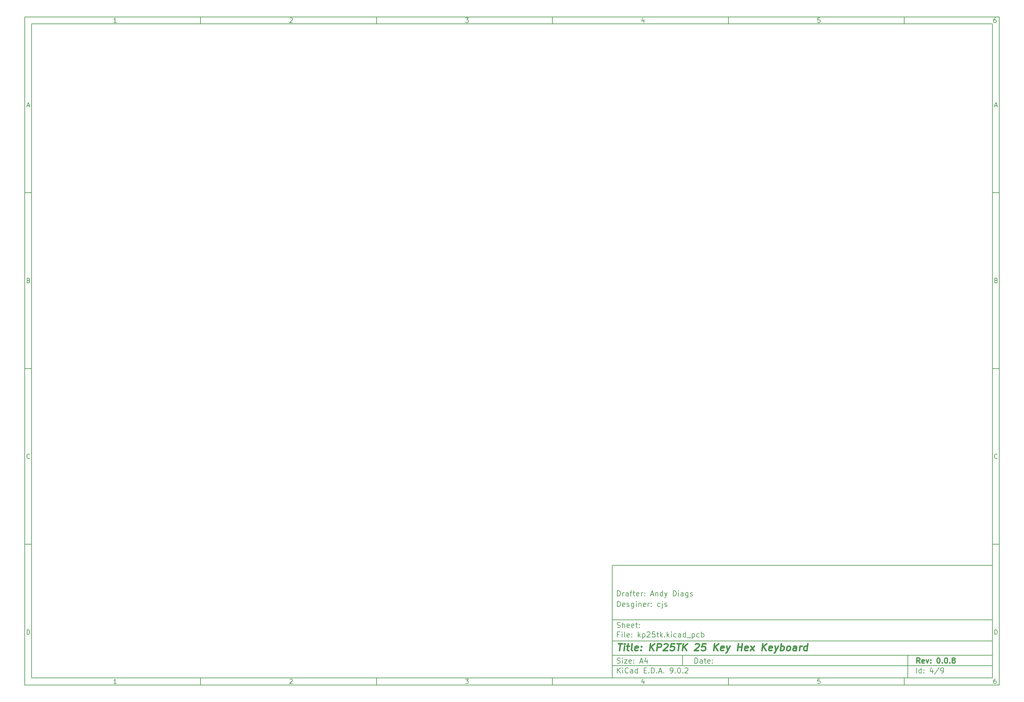
<source format=gbp>
%TF.GenerationSoftware,KiCad,Pcbnew,9.0.2+1*%
%TF.CreationDate,2025-06-13T17:56:32+09:00*%
%TF.ProjectId,kp25tk,6b703235-746b-42e6-9b69-6361645f7063,0.0.8*%
%TF.SameCoordinates,Original*%
%TF.FileFunction,Paste,Bot*%
%TF.FilePolarity,Positive*%
%FSLAX46Y46*%
G04 Gerber Fmt 4.6, Leading zero omitted, Abs format (unit mm)*
G04 Created by KiCad (PCBNEW 9.0.2+1) date 2025-06-13 17:56:32*
%MOMM*%
%LPD*%
G01*
G04 APERTURE LIST*
%ADD10C,0.100000*%
%ADD11C,0.150000*%
%ADD12C,0.300000*%
%ADD13C,0.400000*%
G04 APERTURE END LIST*
D10*
D11*
X177002200Y-166007200D02*
X285002200Y-166007200D01*
X285002200Y-198007200D01*
X177002200Y-198007200D01*
X177002200Y-166007200D01*
D10*
D11*
X10000000Y-10000000D02*
X287002200Y-10000000D01*
X287002200Y-200007200D01*
X10000000Y-200007200D01*
X10000000Y-10000000D01*
D10*
D11*
X12000000Y-12000000D02*
X285002200Y-12000000D01*
X285002200Y-198007200D01*
X12000000Y-198007200D01*
X12000000Y-12000000D01*
D10*
D11*
X60000000Y-12000000D02*
X60000000Y-10000000D01*
D10*
D11*
X110000000Y-12000000D02*
X110000000Y-10000000D01*
D10*
D11*
X160000000Y-12000000D02*
X160000000Y-10000000D01*
D10*
D11*
X210000000Y-12000000D02*
X210000000Y-10000000D01*
D10*
D11*
X260000000Y-12000000D02*
X260000000Y-10000000D01*
D10*
D11*
X36089160Y-11593604D02*
X35346303Y-11593604D01*
X35717731Y-11593604D02*
X35717731Y-10293604D01*
X35717731Y-10293604D02*
X35593922Y-10479319D01*
X35593922Y-10479319D02*
X35470112Y-10603128D01*
X35470112Y-10603128D02*
X35346303Y-10665033D01*
D10*
D11*
X85346303Y-10417414D02*
X85408207Y-10355509D01*
X85408207Y-10355509D02*
X85532017Y-10293604D01*
X85532017Y-10293604D02*
X85841541Y-10293604D01*
X85841541Y-10293604D02*
X85965350Y-10355509D01*
X85965350Y-10355509D02*
X86027255Y-10417414D01*
X86027255Y-10417414D02*
X86089160Y-10541223D01*
X86089160Y-10541223D02*
X86089160Y-10665033D01*
X86089160Y-10665033D02*
X86027255Y-10850747D01*
X86027255Y-10850747D02*
X85284398Y-11593604D01*
X85284398Y-11593604D02*
X86089160Y-11593604D01*
D10*
D11*
X135284398Y-10293604D02*
X136089160Y-10293604D01*
X136089160Y-10293604D02*
X135655826Y-10788842D01*
X135655826Y-10788842D02*
X135841541Y-10788842D01*
X135841541Y-10788842D02*
X135965350Y-10850747D01*
X135965350Y-10850747D02*
X136027255Y-10912652D01*
X136027255Y-10912652D02*
X136089160Y-11036461D01*
X136089160Y-11036461D02*
X136089160Y-11345985D01*
X136089160Y-11345985D02*
X136027255Y-11469795D01*
X136027255Y-11469795D02*
X135965350Y-11531700D01*
X135965350Y-11531700D02*
X135841541Y-11593604D01*
X135841541Y-11593604D02*
X135470112Y-11593604D01*
X135470112Y-11593604D02*
X135346303Y-11531700D01*
X135346303Y-11531700D02*
X135284398Y-11469795D01*
D10*
D11*
X185965350Y-10726938D02*
X185965350Y-11593604D01*
X185655826Y-10231700D02*
X185346303Y-11160271D01*
X185346303Y-11160271D02*
X186151064Y-11160271D01*
D10*
D11*
X236027255Y-10293604D02*
X235408207Y-10293604D01*
X235408207Y-10293604D02*
X235346303Y-10912652D01*
X235346303Y-10912652D02*
X235408207Y-10850747D01*
X235408207Y-10850747D02*
X235532017Y-10788842D01*
X235532017Y-10788842D02*
X235841541Y-10788842D01*
X235841541Y-10788842D02*
X235965350Y-10850747D01*
X235965350Y-10850747D02*
X236027255Y-10912652D01*
X236027255Y-10912652D02*
X236089160Y-11036461D01*
X236089160Y-11036461D02*
X236089160Y-11345985D01*
X236089160Y-11345985D02*
X236027255Y-11469795D01*
X236027255Y-11469795D02*
X235965350Y-11531700D01*
X235965350Y-11531700D02*
X235841541Y-11593604D01*
X235841541Y-11593604D02*
X235532017Y-11593604D01*
X235532017Y-11593604D02*
X235408207Y-11531700D01*
X235408207Y-11531700D02*
X235346303Y-11469795D01*
D10*
D11*
X285965350Y-10293604D02*
X285717731Y-10293604D01*
X285717731Y-10293604D02*
X285593922Y-10355509D01*
X285593922Y-10355509D02*
X285532017Y-10417414D01*
X285532017Y-10417414D02*
X285408207Y-10603128D01*
X285408207Y-10603128D02*
X285346303Y-10850747D01*
X285346303Y-10850747D02*
X285346303Y-11345985D01*
X285346303Y-11345985D02*
X285408207Y-11469795D01*
X285408207Y-11469795D02*
X285470112Y-11531700D01*
X285470112Y-11531700D02*
X285593922Y-11593604D01*
X285593922Y-11593604D02*
X285841541Y-11593604D01*
X285841541Y-11593604D02*
X285965350Y-11531700D01*
X285965350Y-11531700D02*
X286027255Y-11469795D01*
X286027255Y-11469795D02*
X286089160Y-11345985D01*
X286089160Y-11345985D02*
X286089160Y-11036461D01*
X286089160Y-11036461D02*
X286027255Y-10912652D01*
X286027255Y-10912652D02*
X285965350Y-10850747D01*
X285965350Y-10850747D02*
X285841541Y-10788842D01*
X285841541Y-10788842D02*
X285593922Y-10788842D01*
X285593922Y-10788842D02*
X285470112Y-10850747D01*
X285470112Y-10850747D02*
X285408207Y-10912652D01*
X285408207Y-10912652D02*
X285346303Y-11036461D01*
D10*
D11*
X60000000Y-198007200D02*
X60000000Y-200007200D01*
D10*
D11*
X110000000Y-198007200D02*
X110000000Y-200007200D01*
D10*
D11*
X160000000Y-198007200D02*
X160000000Y-200007200D01*
D10*
D11*
X210000000Y-198007200D02*
X210000000Y-200007200D01*
D10*
D11*
X260000000Y-198007200D02*
X260000000Y-200007200D01*
D10*
D11*
X36089160Y-199600804D02*
X35346303Y-199600804D01*
X35717731Y-199600804D02*
X35717731Y-198300804D01*
X35717731Y-198300804D02*
X35593922Y-198486519D01*
X35593922Y-198486519D02*
X35470112Y-198610328D01*
X35470112Y-198610328D02*
X35346303Y-198672233D01*
D10*
D11*
X85346303Y-198424614D02*
X85408207Y-198362709D01*
X85408207Y-198362709D02*
X85532017Y-198300804D01*
X85532017Y-198300804D02*
X85841541Y-198300804D01*
X85841541Y-198300804D02*
X85965350Y-198362709D01*
X85965350Y-198362709D02*
X86027255Y-198424614D01*
X86027255Y-198424614D02*
X86089160Y-198548423D01*
X86089160Y-198548423D02*
X86089160Y-198672233D01*
X86089160Y-198672233D02*
X86027255Y-198857947D01*
X86027255Y-198857947D02*
X85284398Y-199600804D01*
X85284398Y-199600804D02*
X86089160Y-199600804D01*
D10*
D11*
X135284398Y-198300804D02*
X136089160Y-198300804D01*
X136089160Y-198300804D02*
X135655826Y-198796042D01*
X135655826Y-198796042D02*
X135841541Y-198796042D01*
X135841541Y-198796042D02*
X135965350Y-198857947D01*
X135965350Y-198857947D02*
X136027255Y-198919852D01*
X136027255Y-198919852D02*
X136089160Y-199043661D01*
X136089160Y-199043661D02*
X136089160Y-199353185D01*
X136089160Y-199353185D02*
X136027255Y-199476995D01*
X136027255Y-199476995D02*
X135965350Y-199538900D01*
X135965350Y-199538900D02*
X135841541Y-199600804D01*
X135841541Y-199600804D02*
X135470112Y-199600804D01*
X135470112Y-199600804D02*
X135346303Y-199538900D01*
X135346303Y-199538900D02*
X135284398Y-199476995D01*
D10*
D11*
X185965350Y-198734138D02*
X185965350Y-199600804D01*
X185655826Y-198238900D02*
X185346303Y-199167471D01*
X185346303Y-199167471D02*
X186151064Y-199167471D01*
D10*
D11*
X236027255Y-198300804D02*
X235408207Y-198300804D01*
X235408207Y-198300804D02*
X235346303Y-198919852D01*
X235346303Y-198919852D02*
X235408207Y-198857947D01*
X235408207Y-198857947D02*
X235532017Y-198796042D01*
X235532017Y-198796042D02*
X235841541Y-198796042D01*
X235841541Y-198796042D02*
X235965350Y-198857947D01*
X235965350Y-198857947D02*
X236027255Y-198919852D01*
X236027255Y-198919852D02*
X236089160Y-199043661D01*
X236089160Y-199043661D02*
X236089160Y-199353185D01*
X236089160Y-199353185D02*
X236027255Y-199476995D01*
X236027255Y-199476995D02*
X235965350Y-199538900D01*
X235965350Y-199538900D02*
X235841541Y-199600804D01*
X235841541Y-199600804D02*
X235532017Y-199600804D01*
X235532017Y-199600804D02*
X235408207Y-199538900D01*
X235408207Y-199538900D02*
X235346303Y-199476995D01*
D10*
D11*
X285965350Y-198300804D02*
X285717731Y-198300804D01*
X285717731Y-198300804D02*
X285593922Y-198362709D01*
X285593922Y-198362709D02*
X285532017Y-198424614D01*
X285532017Y-198424614D02*
X285408207Y-198610328D01*
X285408207Y-198610328D02*
X285346303Y-198857947D01*
X285346303Y-198857947D02*
X285346303Y-199353185D01*
X285346303Y-199353185D02*
X285408207Y-199476995D01*
X285408207Y-199476995D02*
X285470112Y-199538900D01*
X285470112Y-199538900D02*
X285593922Y-199600804D01*
X285593922Y-199600804D02*
X285841541Y-199600804D01*
X285841541Y-199600804D02*
X285965350Y-199538900D01*
X285965350Y-199538900D02*
X286027255Y-199476995D01*
X286027255Y-199476995D02*
X286089160Y-199353185D01*
X286089160Y-199353185D02*
X286089160Y-199043661D01*
X286089160Y-199043661D02*
X286027255Y-198919852D01*
X286027255Y-198919852D02*
X285965350Y-198857947D01*
X285965350Y-198857947D02*
X285841541Y-198796042D01*
X285841541Y-198796042D02*
X285593922Y-198796042D01*
X285593922Y-198796042D02*
X285470112Y-198857947D01*
X285470112Y-198857947D02*
X285408207Y-198919852D01*
X285408207Y-198919852D02*
X285346303Y-199043661D01*
D10*
D11*
X10000000Y-60000000D02*
X12000000Y-60000000D01*
D10*
D11*
X10000000Y-110000000D02*
X12000000Y-110000000D01*
D10*
D11*
X10000000Y-160000000D02*
X12000000Y-160000000D01*
D10*
D11*
X10690476Y-35222176D02*
X11309523Y-35222176D01*
X10566666Y-35593604D02*
X10999999Y-34293604D01*
X10999999Y-34293604D02*
X11433333Y-35593604D01*
D10*
D11*
X11092857Y-84912652D02*
X11278571Y-84974557D01*
X11278571Y-84974557D02*
X11340476Y-85036461D01*
X11340476Y-85036461D02*
X11402380Y-85160271D01*
X11402380Y-85160271D02*
X11402380Y-85345985D01*
X11402380Y-85345985D02*
X11340476Y-85469795D01*
X11340476Y-85469795D02*
X11278571Y-85531700D01*
X11278571Y-85531700D02*
X11154761Y-85593604D01*
X11154761Y-85593604D02*
X10659523Y-85593604D01*
X10659523Y-85593604D02*
X10659523Y-84293604D01*
X10659523Y-84293604D02*
X11092857Y-84293604D01*
X11092857Y-84293604D02*
X11216666Y-84355509D01*
X11216666Y-84355509D02*
X11278571Y-84417414D01*
X11278571Y-84417414D02*
X11340476Y-84541223D01*
X11340476Y-84541223D02*
X11340476Y-84665033D01*
X11340476Y-84665033D02*
X11278571Y-84788842D01*
X11278571Y-84788842D02*
X11216666Y-84850747D01*
X11216666Y-84850747D02*
X11092857Y-84912652D01*
X11092857Y-84912652D02*
X10659523Y-84912652D01*
D10*
D11*
X11402380Y-135469795D02*
X11340476Y-135531700D01*
X11340476Y-135531700D02*
X11154761Y-135593604D01*
X11154761Y-135593604D02*
X11030952Y-135593604D01*
X11030952Y-135593604D02*
X10845238Y-135531700D01*
X10845238Y-135531700D02*
X10721428Y-135407890D01*
X10721428Y-135407890D02*
X10659523Y-135284080D01*
X10659523Y-135284080D02*
X10597619Y-135036461D01*
X10597619Y-135036461D02*
X10597619Y-134850747D01*
X10597619Y-134850747D02*
X10659523Y-134603128D01*
X10659523Y-134603128D02*
X10721428Y-134479319D01*
X10721428Y-134479319D02*
X10845238Y-134355509D01*
X10845238Y-134355509D02*
X11030952Y-134293604D01*
X11030952Y-134293604D02*
X11154761Y-134293604D01*
X11154761Y-134293604D02*
X11340476Y-134355509D01*
X11340476Y-134355509D02*
X11402380Y-134417414D01*
D10*
D11*
X10659523Y-185593604D02*
X10659523Y-184293604D01*
X10659523Y-184293604D02*
X10969047Y-184293604D01*
X10969047Y-184293604D02*
X11154761Y-184355509D01*
X11154761Y-184355509D02*
X11278571Y-184479319D01*
X11278571Y-184479319D02*
X11340476Y-184603128D01*
X11340476Y-184603128D02*
X11402380Y-184850747D01*
X11402380Y-184850747D02*
X11402380Y-185036461D01*
X11402380Y-185036461D02*
X11340476Y-185284080D01*
X11340476Y-185284080D02*
X11278571Y-185407890D01*
X11278571Y-185407890D02*
X11154761Y-185531700D01*
X11154761Y-185531700D02*
X10969047Y-185593604D01*
X10969047Y-185593604D02*
X10659523Y-185593604D01*
D10*
D11*
X287002200Y-60000000D02*
X285002200Y-60000000D01*
D10*
D11*
X287002200Y-110000000D02*
X285002200Y-110000000D01*
D10*
D11*
X287002200Y-160000000D02*
X285002200Y-160000000D01*
D10*
D11*
X285692676Y-35222176D02*
X286311723Y-35222176D01*
X285568866Y-35593604D02*
X286002199Y-34293604D01*
X286002199Y-34293604D02*
X286435533Y-35593604D01*
D10*
D11*
X286095057Y-84912652D02*
X286280771Y-84974557D01*
X286280771Y-84974557D02*
X286342676Y-85036461D01*
X286342676Y-85036461D02*
X286404580Y-85160271D01*
X286404580Y-85160271D02*
X286404580Y-85345985D01*
X286404580Y-85345985D02*
X286342676Y-85469795D01*
X286342676Y-85469795D02*
X286280771Y-85531700D01*
X286280771Y-85531700D02*
X286156961Y-85593604D01*
X286156961Y-85593604D02*
X285661723Y-85593604D01*
X285661723Y-85593604D02*
X285661723Y-84293604D01*
X285661723Y-84293604D02*
X286095057Y-84293604D01*
X286095057Y-84293604D02*
X286218866Y-84355509D01*
X286218866Y-84355509D02*
X286280771Y-84417414D01*
X286280771Y-84417414D02*
X286342676Y-84541223D01*
X286342676Y-84541223D02*
X286342676Y-84665033D01*
X286342676Y-84665033D02*
X286280771Y-84788842D01*
X286280771Y-84788842D02*
X286218866Y-84850747D01*
X286218866Y-84850747D02*
X286095057Y-84912652D01*
X286095057Y-84912652D02*
X285661723Y-84912652D01*
D10*
D11*
X286404580Y-135469795D02*
X286342676Y-135531700D01*
X286342676Y-135531700D02*
X286156961Y-135593604D01*
X286156961Y-135593604D02*
X286033152Y-135593604D01*
X286033152Y-135593604D02*
X285847438Y-135531700D01*
X285847438Y-135531700D02*
X285723628Y-135407890D01*
X285723628Y-135407890D02*
X285661723Y-135284080D01*
X285661723Y-135284080D02*
X285599819Y-135036461D01*
X285599819Y-135036461D02*
X285599819Y-134850747D01*
X285599819Y-134850747D02*
X285661723Y-134603128D01*
X285661723Y-134603128D02*
X285723628Y-134479319D01*
X285723628Y-134479319D02*
X285847438Y-134355509D01*
X285847438Y-134355509D02*
X286033152Y-134293604D01*
X286033152Y-134293604D02*
X286156961Y-134293604D01*
X286156961Y-134293604D02*
X286342676Y-134355509D01*
X286342676Y-134355509D02*
X286404580Y-134417414D01*
D10*
D11*
X285661723Y-185593604D02*
X285661723Y-184293604D01*
X285661723Y-184293604D02*
X285971247Y-184293604D01*
X285971247Y-184293604D02*
X286156961Y-184355509D01*
X286156961Y-184355509D02*
X286280771Y-184479319D01*
X286280771Y-184479319D02*
X286342676Y-184603128D01*
X286342676Y-184603128D02*
X286404580Y-184850747D01*
X286404580Y-184850747D02*
X286404580Y-185036461D01*
X286404580Y-185036461D02*
X286342676Y-185284080D01*
X286342676Y-185284080D02*
X286280771Y-185407890D01*
X286280771Y-185407890D02*
X286156961Y-185531700D01*
X286156961Y-185531700D02*
X285971247Y-185593604D01*
X285971247Y-185593604D02*
X285661723Y-185593604D01*
D10*
D11*
X200458026Y-193793328D02*
X200458026Y-192293328D01*
X200458026Y-192293328D02*
X200815169Y-192293328D01*
X200815169Y-192293328D02*
X201029455Y-192364757D01*
X201029455Y-192364757D02*
X201172312Y-192507614D01*
X201172312Y-192507614D02*
X201243741Y-192650471D01*
X201243741Y-192650471D02*
X201315169Y-192936185D01*
X201315169Y-192936185D02*
X201315169Y-193150471D01*
X201315169Y-193150471D02*
X201243741Y-193436185D01*
X201243741Y-193436185D02*
X201172312Y-193579042D01*
X201172312Y-193579042D02*
X201029455Y-193721900D01*
X201029455Y-193721900D02*
X200815169Y-193793328D01*
X200815169Y-193793328D02*
X200458026Y-193793328D01*
X202600884Y-193793328D02*
X202600884Y-193007614D01*
X202600884Y-193007614D02*
X202529455Y-192864757D01*
X202529455Y-192864757D02*
X202386598Y-192793328D01*
X202386598Y-192793328D02*
X202100884Y-192793328D01*
X202100884Y-192793328D02*
X201958026Y-192864757D01*
X202600884Y-193721900D02*
X202458026Y-193793328D01*
X202458026Y-193793328D02*
X202100884Y-193793328D01*
X202100884Y-193793328D02*
X201958026Y-193721900D01*
X201958026Y-193721900D02*
X201886598Y-193579042D01*
X201886598Y-193579042D02*
X201886598Y-193436185D01*
X201886598Y-193436185D02*
X201958026Y-193293328D01*
X201958026Y-193293328D02*
X202100884Y-193221900D01*
X202100884Y-193221900D02*
X202458026Y-193221900D01*
X202458026Y-193221900D02*
X202600884Y-193150471D01*
X203100884Y-192793328D02*
X203672312Y-192793328D01*
X203315169Y-192293328D02*
X203315169Y-193579042D01*
X203315169Y-193579042D02*
X203386598Y-193721900D01*
X203386598Y-193721900D02*
X203529455Y-193793328D01*
X203529455Y-193793328D02*
X203672312Y-193793328D01*
X204743741Y-193721900D02*
X204600884Y-193793328D01*
X204600884Y-193793328D02*
X204315170Y-193793328D01*
X204315170Y-193793328D02*
X204172312Y-193721900D01*
X204172312Y-193721900D02*
X204100884Y-193579042D01*
X204100884Y-193579042D02*
X204100884Y-193007614D01*
X204100884Y-193007614D02*
X204172312Y-192864757D01*
X204172312Y-192864757D02*
X204315170Y-192793328D01*
X204315170Y-192793328D02*
X204600884Y-192793328D01*
X204600884Y-192793328D02*
X204743741Y-192864757D01*
X204743741Y-192864757D02*
X204815170Y-193007614D01*
X204815170Y-193007614D02*
X204815170Y-193150471D01*
X204815170Y-193150471D02*
X204100884Y-193293328D01*
X205458026Y-193650471D02*
X205529455Y-193721900D01*
X205529455Y-193721900D02*
X205458026Y-193793328D01*
X205458026Y-193793328D02*
X205386598Y-193721900D01*
X205386598Y-193721900D02*
X205458026Y-193650471D01*
X205458026Y-193650471D02*
X205458026Y-193793328D01*
X205458026Y-192864757D02*
X205529455Y-192936185D01*
X205529455Y-192936185D02*
X205458026Y-193007614D01*
X205458026Y-193007614D02*
X205386598Y-192936185D01*
X205386598Y-192936185D02*
X205458026Y-192864757D01*
X205458026Y-192864757D02*
X205458026Y-193007614D01*
D10*
D11*
X177002200Y-194507200D02*
X285002200Y-194507200D01*
D10*
D11*
X178458026Y-196593328D02*
X178458026Y-195093328D01*
X179315169Y-196593328D02*
X178672312Y-195736185D01*
X179315169Y-195093328D02*
X178458026Y-195950471D01*
X179958026Y-196593328D02*
X179958026Y-195593328D01*
X179958026Y-195093328D02*
X179886598Y-195164757D01*
X179886598Y-195164757D02*
X179958026Y-195236185D01*
X179958026Y-195236185D02*
X180029455Y-195164757D01*
X180029455Y-195164757D02*
X179958026Y-195093328D01*
X179958026Y-195093328D02*
X179958026Y-195236185D01*
X181529455Y-196450471D02*
X181458027Y-196521900D01*
X181458027Y-196521900D02*
X181243741Y-196593328D01*
X181243741Y-196593328D02*
X181100884Y-196593328D01*
X181100884Y-196593328D02*
X180886598Y-196521900D01*
X180886598Y-196521900D02*
X180743741Y-196379042D01*
X180743741Y-196379042D02*
X180672312Y-196236185D01*
X180672312Y-196236185D02*
X180600884Y-195950471D01*
X180600884Y-195950471D02*
X180600884Y-195736185D01*
X180600884Y-195736185D02*
X180672312Y-195450471D01*
X180672312Y-195450471D02*
X180743741Y-195307614D01*
X180743741Y-195307614D02*
X180886598Y-195164757D01*
X180886598Y-195164757D02*
X181100884Y-195093328D01*
X181100884Y-195093328D02*
X181243741Y-195093328D01*
X181243741Y-195093328D02*
X181458027Y-195164757D01*
X181458027Y-195164757D02*
X181529455Y-195236185D01*
X182815170Y-196593328D02*
X182815170Y-195807614D01*
X182815170Y-195807614D02*
X182743741Y-195664757D01*
X182743741Y-195664757D02*
X182600884Y-195593328D01*
X182600884Y-195593328D02*
X182315170Y-195593328D01*
X182315170Y-195593328D02*
X182172312Y-195664757D01*
X182815170Y-196521900D02*
X182672312Y-196593328D01*
X182672312Y-196593328D02*
X182315170Y-196593328D01*
X182315170Y-196593328D02*
X182172312Y-196521900D01*
X182172312Y-196521900D02*
X182100884Y-196379042D01*
X182100884Y-196379042D02*
X182100884Y-196236185D01*
X182100884Y-196236185D02*
X182172312Y-196093328D01*
X182172312Y-196093328D02*
X182315170Y-196021900D01*
X182315170Y-196021900D02*
X182672312Y-196021900D01*
X182672312Y-196021900D02*
X182815170Y-195950471D01*
X184172313Y-196593328D02*
X184172313Y-195093328D01*
X184172313Y-196521900D02*
X184029455Y-196593328D01*
X184029455Y-196593328D02*
X183743741Y-196593328D01*
X183743741Y-196593328D02*
X183600884Y-196521900D01*
X183600884Y-196521900D02*
X183529455Y-196450471D01*
X183529455Y-196450471D02*
X183458027Y-196307614D01*
X183458027Y-196307614D02*
X183458027Y-195879042D01*
X183458027Y-195879042D02*
X183529455Y-195736185D01*
X183529455Y-195736185D02*
X183600884Y-195664757D01*
X183600884Y-195664757D02*
X183743741Y-195593328D01*
X183743741Y-195593328D02*
X184029455Y-195593328D01*
X184029455Y-195593328D02*
X184172313Y-195664757D01*
X186029455Y-195807614D02*
X186529455Y-195807614D01*
X186743741Y-196593328D02*
X186029455Y-196593328D01*
X186029455Y-196593328D02*
X186029455Y-195093328D01*
X186029455Y-195093328D02*
X186743741Y-195093328D01*
X187386598Y-196450471D02*
X187458027Y-196521900D01*
X187458027Y-196521900D02*
X187386598Y-196593328D01*
X187386598Y-196593328D02*
X187315170Y-196521900D01*
X187315170Y-196521900D02*
X187386598Y-196450471D01*
X187386598Y-196450471D02*
X187386598Y-196593328D01*
X188100884Y-196593328D02*
X188100884Y-195093328D01*
X188100884Y-195093328D02*
X188458027Y-195093328D01*
X188458027Y-195093328D02*
X188672313Y-195164757D01*
X188672313Y-195164757D02*
X188815170Y-195307614D01*
X188815170Y-195307614D02*
X188886599Y-195450471D01*
X188886599Y-195450471D02*
X188958027Y-195736185D01*
X188958027Y-195736185D02*
X188958027Y-195950471D01*
X188958027Y-195950471D02*
X188886599Y-196236185D01*
X188886599Y-196236185D02*
X188815170Y-196379042D01*
X188815170Y-196379042D02*
X188672313Y-196521900D01*
X188672313Y-196521900D02*
X188458027Y-196593328D01*
X188458027Y-196593328D02*
X188100884Y-196593328D01*
X189600884Y-196450471D02*
X189672313Y-196521900D01*
X189672313Y-196521900D02*
X189600884Y-196593328D01*
X189600884Y-196593328D02*
X189529456Y-196521900D01*
X189529456Y-196521900D02*
X189600884Y-196450471D01*
X189600884Y-196450471D02*
X189600884Y-196593328D01*
X190243742Y-196164757D02*
X190958028Y-196164757D01*
X190100885Y-196593328D02*
X190600885Y-195093328D01*
X190600885Y-195093328D02*
X191100885Y-196593328D01*
X191600884Y-196450471D02*
X191672313Y-196521900D01*
X191672313Y-196521900D02*
X191600884Y-196593328D01*
X191600884Y-196593328D02*
X191529456Y-196521900D01*
X191529456Y-196521900D02*
X191600884Y-196450471D01*
X191600884Y-196450471D02*
X191600884Y-196593328D01*
X193529456Y-196593328D02*
X193815170Y-196593328D01*
X193815170Y-196593328D02*
X193958027Y-196521900D01*
X193958027Y-196521900D02*
X194029456Y-196450471D01*
X194029456Y-196450471D02*
X194172313Y-196236185D01*
X194172313Y-196236185D02*
X194243742Y-195950471D01*
X194243742Y-195950471D02*
X194243742Y-195379042D01*
X194243742Y-195379042D02*
X194172313Y-195236185D01*
X194172313Y-195236185D02*
X194100885Y-195164757D01*
X194100885Y-195164757D02*
X193958027Y-195093328D01*
X193958027Y-195093328D02*
X193672313Y-195093328D01*
X193672313Y-195093328D02*
X193529456Y-195164757D01*
X193529456Y-195164757D02*
X193458027Y-195236185D01*
X193458027Y-195236185D02*
X193386599Y-195379042D01*
X193386599Y-195379042D02*
X193386599Y-195736185D01*
X193386599Y-195736185D02*
X193458027Y-195879042D01*
X193458027Y-195879042D02*
X193529456Y-195950471D01*
X193529456Y-195950471D02*
X193672313Y-196021900D01*
X193672313Y-196021900D02*
X193958027Y-196021900D01*
X193958027Y-196021900D02*
X194100885Y-195950471D01*
X194100885Y-195950471D02*
X194172313Y-195879042D01*
X194172313Y-195879042D02*
X194243742Y-195736185D01*
X194886598Y-196450471D02*
X194958027Y-196521900D01*
X194958027Y-196521900D02*
X194886598Y-196593328D01*
X194886598Y-196593328D02*
X194815170Y-196521900D01*
X194815170Y-196521900D02*
X194886598Y-196450471D01*
X194886598Y-196450471D02*
X194886598Y-196593328D01*
X195886599Y-195093328D02*
X196029456Y-195093328D01*
X196029456Y-195093328D02*
X196172313Y-195164757D01*
X196172313Y-195164757D02*
X196243742Y-195236185D01*
X196243742Y-195236185D02*
X196315170Y-195379042D01*
X196315170Y-195379042D02*
X196386599Y-195664757D01*
X196386599Y-195664757D02*
X196386599Y-196021900D01*
X196386599Y-196021900D02*
X196315170Y-196307614D01*
X196315170Y-196307614D02*
X196243742Y-196450471D01*
X196243742Y-196450471D02*
X196172313Y-196521900D01*
X196172313Y-196521900D02*
X196029456Y-196593328D01*
X196029456Y-196593328D02*
X195886599Y-196593328D01*
X195886599Y-196593328D02*
X195743742Y-196521900D01*
X195743742Y-196521900D02*
X195672313Y-196450471D01*
X195672313Y-196450471D02*
X195600884Y-196307614D01*
X195600884Y-196307614D02*
X195529456Y-196021900D01*
X195529456Y-196021900D02*
X195529456Y-195664757D01*
X195529456Y-195664757D02*
X195600884Y-195379042D01*
X195600884Y-195379042D02*
X195672313Y-195236185D01*
X195672313Y-195236185D02*
X195743742Y-195164757D01*
X195743742Y-195164757D02*
X195886599Y-195093328D01*
X197029455Y-196450471D02*
X197100884Y-196521900D01*
X197100884Y-196521900D02*
X197029455Y-196593328D01*
X197029455Y-196593328D02*
X196958027Y-196521900D01*
X196958027Y-196521900D02*
X197029455Y-196450471D01*
X197029455Y-196450471D02*
X197029455Y-196593328D01*
X197672313Y-195236185D02*
X197743741Y-195164757D01*
X197743741Y-195164757D02*
X197886599Y-195093328D01*
X197886599Y-195093328D02*
X198243741Y-195093328D01*
X198243741Y-195093328D02*
X198386599Y-195164757D01*
X198386599Y-195164757D02*
X198458027Y-195236185D01*
X198458027Y-195236185D02*
X198529456Y-195379042D01*
X198529456Y-195379042D02*
X198529456Y-195521900D01*
X198529456Y-195521900D02*
X198458027Y-195736185D01*
X198458027Y-195736185D02*
X197600884Y-196593328D01*
X197600884Y-196593328D02*
X198529456Y-196593328D01*
D10*
D11*
X177002200Y-191507200D02*
X285002200Y-191507200D01*
D10*
D12*
X264413853Y-193785528D02*
X263913853Y-193071242D01*
X263556710Y-193785528D02*
X263556710Y-192285528D01*
X263556710Y-192285528D02*
X264128139Y-192285528D01*
X264128139Y-192285528D02*
X264270996Y-192356957D01*
X264270996Y-192356957D02*
X264342425Y-192428385D01*
X264342425Y-192428385D02*
X264413853Y-192571242D01*
X264413853Y-192571242D02*
X264413853Y-192785528D01*
X264413853Y-192785528D02*
X264342425Y-192928385D01*
X264342425Y-192928385D02*
X264270996Y-192999814D01*
X264270996Y-192999814D02*
X264128139Y-193071242D01*
X264128139Y-193071242D02*
X263556710Y-193071242D01*
X265628139Y-193714100D02*
X265485282Y-193785528D01*
X265485282Y-193785528D02*
X265199568Y-193785528D01*
X265199568Y-193785528D02*
X265056710Y-193714100D01*
X265056710Y-193714100D02*
X264985282Y-193571242D01*
X264985282Y-193571242D02*
X264985282Y-192999814D01*
X264985282Y-192999814D02*
X265056710Y-192856957D01*
X265056710Y-192856957D02*
X265199568Y-192785528D01*
X265199568Y-192785528D02*
X265485282Y-192785528D01*
X265485282Y-192785528D02*
X265628139Y-192856957D01*
X265628139Y-192856957D02*
X265699568Y-192999814D01*
X265699568Y-192999814D02*
X265699568Y-193142671D01*
X265699568Y-193142671D02*
X264985282Y-193285528D01*
X266199567Y-192785528D02*
X266556710Y-193785528D01*
X266556710Y-193785528D02*
X266913853Y-192785528D01*
X267485281Y-193642671D02*
X267556710Y-193714100D01*
X267556710Y-193714100D02*
X267485281Y-193785528D01*
X267485281Y-193785528D02*
X267413853Y-193714100D01*
X267413853Y-193714100D02*
X267485281Y-193642671D01*
X267485281Y-193642671D02*
X267485281Y-193785528D01*
X267485281Y-192856957D02*
X267556710Y-192928385D01*
X267556710Y-192928385D02*
X267485281Y-192999814D01*
X267485281Y-192999814D02*
X267413853Y-192928385D01*
X267413853Y-192928385D02*
X267485281Y-192856957D01*
X267485281Y-192856957D02*
X267485281Y-192999814D01*
X269628139Y-192285528D02*
X269770996Y-192285528D01*
X269770996Y-192285528D02*
X269913853Y-192356957D01*
X269913853Y-192356957D02*
X269985282Y-192428385D01*
X269985282Y-192428385D02*
X270056710Y-192571242D01*
X270056710Y-192571242D02*
X270128139Y-192856957D01*
X270128139Y-192856957D02*
X270128139Y-193214100D01*
X270128139Y-193214100D02*
X270056710Y-193499814D01*
X270056710Y-193499814D02*
X269985282Y-193642671D01*
X269985282Y-193642671D02*
X269913853Y-193714100D01*
X269913853Y-193714100D02*
X269770996Y-193785528D01*
X269770996Y-193785528D02*
X269628139Y-193785528D01*
X269628139Y-193785528D02*
X269485282Y-193714100D01*
X269485282Y-193714100D02*
X269413853Y-193642671D01*
X269413853Y-193642671D02*
X269342424Y-193499814D01*
X269342424Y-193499814D02*
X269270996Y-193214100D01*
X269270996Y-193214100D02*
X269270996Y-192856957D01*
X269270996Y-192856957D02*
X269342424Y-192571242D01*
X269342424Y-192571242D02*
X269413853Y-192428385D01*
X269413853Y-192428385D02*
X269485282Y-192356957D01*
X269485282Y-192356957D02*
X269628139Y-192285528D01*
X270770995Y-193642671D02*
X270842424Y-193714100D01*
X270842424Y-193714100D02*
X270770995Y-193785528D01*
X270770995Y-193785528D02*
X270699567Y-193714100D01*
X270699567Y-193714100D02*
X270770995Y-193642671D01*
X270770995Y-193642671D02*
X270770995Y-193785528D01*
X271770996Y-192285528D02*
X271913853Y-192285528D01*
X271913853Y-192285528D02*
X272056710Y-192356957D01*
X272056710Y-192356957D02*
X272128139Y-192428385D01*
X272128139Y-192428385D02*
X272199567Y-192571242D01*
X272199567Y-192571242D02*
X272270996Y-192856957D01*
X272270996Y-192856957D02*
X272270996Y-193214100D01*
X272270996Y-193214100D02*
X272199567Y-193499814D01*
X272199567Y-193499814D02*
X272128139Y-193642671D01*
X272128139Y-193642671D02*
X272056710Y-193714100D01*
X272056710Y-193714100D02*
X271913853Y-193785528D01*
X271913853Y-193785528D02*
X271770996Y-193785528D01*
X271770996Y-193785528D02*
X271628139Y-193714100D01*
X271628139Y-193714100D02*
X271556710Y-193642671D01*
X271556710Y-193642671D02*
X271485281Y-193499814D01*
X271485281Y-193499814D02*
X271413853Y-193214100D01*
X271413853Y-193214100D02*
X271413853Y-192856957D01*
X271413853Y-192856957D02*
X271485281Y-192571242D01*
X271485281Y-192571242D02*
X271556710Y-192428385D01*
X271556710Y-192428385D02*
X271628139Y-192356957D01*
X271628139Y-192356957D02*
X271770996Y-192285528D01*
X272913852Y-193642671D02*
X272985281Y-193714100D01*
X272985281Y-193714100D02*
X272913852Y-193785528D01*
X272913852Y-193785528D02*
X272842424Y-193714100D01*
X272842424Y-193714100D02*
X272913852Y-193642671D01*
X272913852Y-193642671D02*
X272913852Y-193785528D01*
X273842424Y-192928385D02*
X273699567Y-192856957D01*
X273699567Y-192856957D02*
X273628138Y-192785528D01*
X273628138Y-192785528D02*
X273556710Y-192642671D01*
X273556710Y-192642671D02*
X273556710Y-192571242D01*
X273556710Y-192571242D02*
X273628138Y-192428385D01*
X273628138Y-192428385D02*
X273699567Y-192356957D01*
X273699567Y-192356957D02*
X273842424Y-192285528D01*
X273842424Y-192285528D02*
X274128138Y-192285528D01*
X274128138Y-192285528D02*
X274270996Y-192356957D01*
X274270996Y-192356957D02*
X274342424Y-192428385D01*
X274342424Y-192428385D02*
X274413853Y-192571242D01*
X274413853Y-192571242D02*
X274413853Y-192642671D01*
X274413853Y-192642671D02*
X274342424Y-192785528D01*
X274342424Y-192785528D02*
X274270996Y-192856957D01*
X274270996Y-192856957D02*
X274128138Y-192928385D01*
X274128138Y-192928385D02*
X273842424Y-192928385D01*
X273842424Y-192928385D02*
X273699567Y-192999814D01*
X273699567Y-192999814D02*
X273628138Y-193071242D01*
X273628138Y-193071242D02*
X273556710Y-193214100D01*
X273556710Y-193214100D02*
X273556710Y-193499814D01*
X273556710Y-193499814D02*
X273628138Y-193642671D01*
X273628138Y-193642671D02*
X273699567Y-193714100D01*
X273699567Y-193714100D02*
X273842424Y-193785528D01*
X273842424Y-193785528D02*
X274128138Y-193785528D01*
X274128138Y-193785528D02*
X274270996Y-193714100D01*
X274270996Y-193714100D02*
X274342424Y-193642671D01*
X274342424Y-193642671D02*
X274413853Y-193499814D01*
X274413853Y-193499814D02*
X274413853Y-193214100D01*
X274413853Y-193214100D02*
X274342424Y-193071242D01*
X274342424Y-193071242D02*
X274270996Y-192999814D01*
X274270996Y-192999814D02*
X274128138Y-192928385D01*
D10*
D11*
X178386598Y-193721900D02*
X178600884Y-193793328D01*
X178600884Y-193793328D02*
X178958026Y-193793328D01*
X178958026Y-193793328D02*
X179100884Y-193721900D01*
X179100884Y-193721900D02*
X179172312Y-193650471D01*
X179172312Y-193650471D02*
X179243741Y-193507614D01*
X179243741Y-193507614D02*
X179243741Y-193364757D01*
X179243741Y-193364757D02*
X179172312Y-193221900D01*
X179172312Y-193221900D02*
X179100884Y-193150471D01*
X179100884Y-193150471D02*
X178958026Y-193079042D01*
X178958026Y-193079042D02*
X178672312Y-193007614D01*
X178672312Y-193007614D02*
X178529455Y-192936185D01*
X178529455Y-192936185D02*
X178458026Y-192864757D01*
X178458026Y-192864757D02*
X178386598Y-192721900D01*
X178386598Y-192721900D02*
X178386598Y-192579042D01*
X178386598Y-192579042D02*
X178458026Y-192436185D01*
X178458026Y-192436185D02*
X178529455Y-192364757D01*
X178529455Y-192364757D02*
X178672312Y-192293328D01*
X178672312Y-192293328D02*
X179029455Y-192293328D01*
X179029455Y-192293328D02*
X179243741Y-192364757D01*
X179886597Y-193793328D02*
X179886597Y-192793328D01*
X179886597Y-192293328D02*
X179815169Y-192364757D01*
X179815169Y-192364757D02*
X179886597Y-192436185D01*
X179886597Y-192436185D02*
X179958026Y-192364757D01*
X179958026Y-192364757D02*
X179886597Y-192293328D01*
X179886597Y-192293328D02*
X179886597Y-192436185D01*
X180458026Y-192793328D02*
X181243741Y-192793328D01*
X181243741Y-192793328D02*
X180458026Y-193793328D01*
X180458026Y-193793328D02*
X181243741Y-193793328D01*
X182386598Y-193721900D02*
X182243741Y-193793328D01*
X182243741Y-193793328D02*
X181958027Y-193793328D01*
X181958027Y-193793328D02*
X181815169Y-193721900D01*
X181815169Y-193721900D02*
X181743741Y-193579042D01*
X181743741Y-193579042D02*
X181743741Y-193007614D01*
X181743741Y-193007614D02*
X181815169Y-192864757D01*
X181815169Y-192864757D02*
X181958027Y-192793328D01*
X181958027Y-192793328D02*
X182243741Y-192793328D01*
X182243741Y-192793328D02*
X182386598Y-192864757D01*
X182386598Y-192864757D02*
X182458027Y-193007614D01*
X182458027Y-193007614D02*
X182458027Y-193150471D01*
X182458027Y-193150471D02*
X181743741Y-193293328D01*
X183100883Y-193650471D02*
X183172312Y-193721900D01*
X183172312Y-193721900D02*
X183100883Y-193793328D01*
X183100883Y-193793328D02*
X183029455Y-193721900D01*
X183029455Y-193721900D02*
X183100883Y-193650471D01*
X183100883Y-193650471D02*
X183100883Y-193793328D01*
X183100883Y-192864757D02*
X183172312Y-192936185D01*
X183172312Y-192936185D02*
X183100883Y-193007614D01*
X183100883Y-193007614D02*
X183029455Y-192936185D01*
X183029455Y-192936185D02*
X183100883Y-192864757D01*
X183100883Y-192864757D02*
X183100883Y-193007614D01*
X184886598Y-193364757D02*
X185600884Y-193364757D01*
X184743741Y-193793328D02*
X185243741Y-192293328D01*
X185243741Y-192293328D02*
X185743741Y-193793328D01*
X186886598Y-192793328D02*
X186886598Y-193793328D01*
X186529455Y-192221900D02*
X186172312Y-193293328D01*
X186172312Y-193293328D02*
X187100883Y-193293328D01*
D10*
D11*
X263458026Y-196593328D02*
X263458026Y-195093328D01*
X264815170Y-196593328D02*
X264815170Y-195093328D01*
X264815170Y-196521900D02*
X264672312Y-196593328D01*
X264672312Y-196593328D02*
X264386598Y-196593328D01*
X264386598Y-196593328D02*
X264243741Y-196521900D01*
X264243741Y-196521900D02*
X264172312Y-196450471D01*
X264172312Y-196450471D02*
X264100884Y-196307614D01*
X264100884Y-196307614D02*
X264100884Y-195879042D01*
X264100884Y-195879042D02*
X264172312Y-195736185D01*
X264172312Y-195736185D02*
X264243741Y-195664757D01*
X264243741Y-195664757D02*
X264386598Y-195593328D01*
X264386598Y-195593328D02*
X264672312Y-195593328D01*
X264672312Y-195593328D02*
X264815170Y-195664757D01*
X265529455Y-196450471D02*
X265600884Y-196521900D01*
X265600884Y-196521900D02*
X265529455Y-196593328D01*
X265529455Y-196593328D02*
X265458027Y-196521900D01*
X265458027Y-196521900D02*
X265529455Y-196450471D01*
X265529455Y-196450471D02*
X265529455Y-196593328D01*
X265529455Y-195664757D02*
X265600884Y-195736185D01*
X265600884Y-195736185D02*
X265529455Y-195807614D01*
X265529455Y-195807614D02*
X265458027Y-195736185D01*
X265458027Y-195736185D02*
X265529455Y-195664757D01*
X265529455Y-195664757D02*
X265529455Y-195807614D01*
X268029456Y-195593328D02*
X268029456Y-196593328D01*
X267672313Y-195021900D02*
X267315170Y-196093328D01*
X267315170Y-196093328D02*
X268243741Y-196093328D01*
X269886598Y-195021900D02*
X268600884Y-196950471D01*
X270458027Y-196593328D02*
X270743741Y-196593328D01*
X270743741Y-196593328D02*
X270886598Y-196521900D01*
X270886598Y-196521900D02*
X270958027Y-196450471D01*
X270958027Y-196450471D02*
X271100884Y-196236185D01*
X271100884Y-196236185D02*
X271172313Y-195950471D01*
X271172313Y-195950471D02*
X271172313Y-195379042D01*
X271172313Y-195379042D02*
X271100884Y-195236185D01*
X271100884Y-195236185D02*
X271029456Y-195164757D01*
X271029456Y-195164757D02*
X270886598Y-195093328D01*
X270886598Y-195093328D02*
X270600884Y-195093328D01*
X270600884Y-195093328D02*
X270458027Y-195164757D01*
X270458027Y-195164757D02*
X270386598Y-195236185D01*
X270386598Y-195236185D02*
X270315170Y-195379042D01*
X270315170Y-195379042D02*
X270315170Y-195736185D01*
X270315170Y-195736185D02*
X270386598Y-195879042D01*
X270386598Y-195879042D02*
X270458027Y-195950471D01*
X270458027Y-195950471D02*
X270600884Y-196021900D01*
X270600884Y-196021900D02*
X270886598Y-196021900D01*
X270886598Y-196021900D02*
X271029456Y-195950471D01*
X271029456Y-195950471D02*
X271100884Y-195879042D01*
X271100884Y-195879042D02*
X271172313Y-195736185D01*
D10*
D11*
X177002200Y-187507200D02*
X285002200Y-187507200D01*
D10*
D13*
X178693928Y-188211638D02*
X179836785Y-188211638D01*
X179015357Y-190211638D02*
X179265357Y-188211638D01*
X180253452Y-190211638D02*
X180420119Y-188878304D01*
X180503452Y-188211638D02*
X180396309Y-188306876D01*
X180396309Y-188306876D02*
X180479643Y-188402114D01*
X180479643Y-188402114D02*
X180586786Y-188306876D01*
X180586786Y-188306876D02*
X180503452Y-188211638D01*
X180503452Y-188211638D02*
X180479643Y-188402114D01*
X181086786Y-188878304D02*
X181848690Y-188878304D01*
X181455833Y-188211638D02*
X181241548Y-189925923D01*
X181241548Y-189925923D02*
X181312976Y-190116400D01*
X181312976Y-190116400D02*
X181491548Y-190211638D01*
X181491548Y-190211638D02*
X181682024Y-190211638D01*
X182634405Y-190211638D02*
X182455833Y-190116400D01*
X182455833Y-190116400D02*
X182384405Y-189925923D01*
X182384405Y-189925923D02*
X182598690Y-188211638D01*
X184170119Y-190116400D02*
X183967738Y-190211638D01*
X183967738Y-190211638D02*
X183586785Y-190211638D01*
X183586785Y-190211638D02*
X183408214Y-190116400D01*
X183408214Y-190116400D02*
X183336785Y-189925923D01*
X183336785Y-189925923D02*
X183432024Y-189164019D01*
X183432024Y-189164019D02*
X183551071Y-188973542D01*
X183551071Y-188973542D02*
X183753452Y-188878304D01*
X183753452Y-188878304D02*
X184134404Y-188878304D01*
X184134404Y-188878304D02*
X184312976Y-188973542D01*
X184312976Y-188973542D02*
X184384404Y-189164019D01*
X184384404Y-189164019D02*
X184360595Y-189354495D01*
X184360595Y-189354495D02*
X183384404Y-189544971D01*
X185134405Y-190021161D02*
X185217738Y-190116400D01*
X185217738Y-190116400D02*
X185110595Y-190211638D01*
X185110595Y-190211638D02*
X185027262Y-190116400D01*
X185027262Y-190116400D02*
X185134405Y-190021161D01*
X185134405Y-190021161D02*
X185110595Y-190211638D01*
X185265357Y-188973542D02*
X185348690Y-189068780D01*
X185348690Y-189068780D02*
X185241548Y-189164019D01*
X185241548Y-189164019D02*
X185158214Y-189068780D01*
X185158214Y-189068780D02*
X185265357Y-188973542D01*
X185265357Y-188973542D02*
X185241548Y-189164019D01*
X187586786Y-190211638D02*
X187836786Y-188211638D01*
X188729643Y-190211638D02*
X188015358Y-189068780D01*
X188979643Y-188211638D02*
X187693929Y-189354495D01*
X189586786Y-190211638D02*
X189836786Y-188211638D01*
X189836786Y-188211638D02*
X190598691Y-188211638D01*
X190598691Y-188211638D02*
X190777262Y-188306876D01*
X190777262Y-188306876D02*
X190860596Y-188402114D01*
X190860596Y-188402114D02*
X190932024Y-188592590D01*
X190932024Y-188592590D02*
X190896310Y-188878304D01*
X190896310Y-188878304D02*
X190777262Y-189068780D01*
X190777262Y-189068780D02*
X190670120Y-189164019D01*
X190670120Y-189164019D02*
X190467739Y-189259257D01*
X190467739Y-189259257D02*
X189705834Y-189259257D01*
X191717739Y-188402114D02*
X191824881Y-188306876D01*
X191824881Y-188306876D02*
X192027262Y-188211638D01*
X192027262Y-188211638D02*
X192503453Y-188211638D01*
X192503453Y-188211638D02*
X192682024Y-188306876D01*
X192682024Y-188306876D02*
X192765358Y-188402114D01*
X192765358Y-188402114D02*
X192836786Y-188592590D01*
X192836786Y-188592590D02*
X192812977Y-188783066D01*
X192812977Y-188783066D02*
X192682024Y-189068780D01*
X192682024Y-189068780D02*
X191396310Y-190211638D01*
X191396310Y-190211638D02*
X192634405Y-190211638D01*
X194693929Y-188211638D02*
X193741548Y-188211638D01*
X193741548Y-188211638D02*
X193527263Y-189164019D01*
X193527263Y-189164019D02*
X193634405Y-189068780D01*
X193634405Y-189068780D02*
X193836786Y-188973542D01*
X193836786Y-188973542D02*
X194312977Y-188973542D01*
X194312977Y-188973542D02*
X194491548Y-189068780D01*
X194491548Y-189068780D02*
X194574882Y-189164019D01*
X194574882Y-189164019D02*
X194646310Y-189354495D01*
X194646310Y-189354495D02*
X194586786Y-189830685D01*
X194586786Y-189830685D02*
X194467739Y-190021161D01*
X194467739Y-190021161D02*
X194360596Y-190116400D01*
X194360596Y-190116400D02*
X194158215Y-190211638D01*
X194158215Y-190211638D02*
X193682024Y-190211638D01*
X193682024Y-190211638D02*
X193503453Y-190116400D01*
X193503453Y-190116400D02*
X193420120Y-190021161D01*
X195360596Y-188211638D02*
X196503453Y-188211638D01*
X195682025Y-190211638D02*
X195932025Y-188211638D01*
X196920120Y-190211638D02*
X197170120Y-188211638D01*
X198062977Y-190211638D02*
X197348692Y-189068780D01*
X198312977Y-188211638D02*
X197027263Y-189354495D01*
X200574883Y-188402114D02*
X200682025Y-188306876D01*
X200682025Y-188306876D02*
X200884406Y-188211638D01*
X200884406Y-188211638D02*
X201360597Y-188211638D01*
X201360597Y-188211638D02*
X201539168Y-188306876D01*
X201539168Y-188306876D02*
X201622502Y-188402114D01*
X201622502Y-188402114D02*
X201693930Y-188592590D01*
X201693930Y-188592590D02*
X201670121Y-188783066D01*
X201670121Y-188783066D02*
X201539168Y-189068780D01*
X201539168Y-189068780D02*
X200253454Y-190211638D01*
X200253454Y-190211638D02*
X201491549Y-190211638D01*
X203551073Y-188211638D02*
X202598692Y-188211638D01*
X202598692Y-188211638D02*
X202384407Y-189164019D01*
X202384407Y-189164019D02*
X202491549Y-189068780D01*
X202491549Y-189068780D02*
X202693930Y-188973542D01*
X202693930Y-188973542D02*
X203170121Y-188973542D01*
X203170121Y-188973542D02*
X203348692Y-189068780D01*
X203348692Y-189068780D02*
X203432026Y-189164019D01*
X203432026Y-189164019D02*
X203503454Y-189354495D01*
X203503454Y-189354495D02*
X203443930Y-189830685D01*
X203443930Y-189830685D02*
X203324883Y-190021161D01*
X203324883Y-190021161D02*
X203217740Y-190116400D01*
X203217740Y-190116400D02*
X203015359Y-190211638D01*
X203015359Y-190211638D02*
X202539168Y-190211638D01*
X202539168Y-190211638D02*
X202360597Y-190116400D01*
X202360597Y-190116400D02*
X202277264Y-190021161D01*
X205777264Y-190211638D02*
X206027264Y-188211638D01*
X206920121Y-190211638D02*
X206205836Y-189068780D01*
X207170121Y-188211638D02*
X205884407Y-189354495D01*
X208551074Y-190116400D02*
X208348693Y-190211638D01*
X208348693Y-190211638D02*
X207967740Y-190211638D01*
X207967740Y-190211638D02*
X207789169Y-190116400D01*
X207789169Y-190116400D02*
X207717740Y-189925923D01*
X207717740Y-189925923D02*
X207812979Y-189164019D01*
X207812979Y-189164019D02*
X207932026Y-188973542D01*
X207932026Y-188973542D02*
X208134407Y-188878304D01*
X208134407Y-188878304D02*
X208515359Y-188878304D01*
X208515359Y-188878304D02*
X208693931Y-188973542D01*
X208693931Y-188973542D02*
X208765359Y-189164019D01*
X208765359Y-189164019D02*
X208741550Y-189354495D01*
X208741550Y-189354495D02*
X207765359Y-189544971D01*
X209467741Y-188878304D02*
X209777265Y-190211638D01*
X210420122Y-188878304D02*
X209777265Y-190211638D01*
X209777265Y-190211638D02*
X209527265Y-190687828D01*
X209527265Y-190687828D02*
X209420122Y-190783066D01*
X209420122Y-190783066D02*
X209217741Y-190878304D01*
X212539170Y-190211638D02*
X212789170Y-188211638D01*
X212670123Y-189164019D02*
X213812980Y-189164019D01*
X213682027Y-190211638D02*
X213932027Y-188211638D01*
X215408218Y-190116400D02*
X215205837Y-190211638D01*
X215205837Y-190211638D02*
X214824884Y-190211638D01*
X214824884Y-190211638D02*
X214646313Y-190116400D01*
X214646313Y-190116400D02*
X214574884Y-189925923D01*
X214574884Y-189925923D02*
X214670123Y-189164019D01*
X214670123Y-189164019D02*
X214789170Y-188973542D01*
X214789170Y-188973542D02*
X214991551Y-188878304D01*
X214991551Y-188878304D02*
X215372503Y-188878304D01*
X215372503Y-188878304D02*
X215551075Y-188973542D01*
X215551075Y-188973542D02*
X215622503Y-189164019D01*
X215622503Y-189164019D02*
X215598694Y-189354495D01*
X215598694Y-189354495D02*
X214622503Y-189544971D01*
X216158218Y-190211638D02*
X217372504Y-188878304D01*
X216324885Y-188878304D02*
X217205837Y-190211638D01*
X219491552Y-190211638D02*
X219741552Y-188211638D01*
X220634409Y-190211638D02*
X219920124Y-189068780D01*
X220884409Y-188211638D02*
X219598695Y-189354495D01*
X222265362Y-190116400D02*
X222062981Y-190211638D01*
X222062981Y-190211638D02*
X221682028Y-190211638D01*
X221682028Y-190211638D02*
X221503457Y-190116400D01*
X221503457Y-190116400D02*
X221432028Y-189925923D01*
X221432028Y-189925923D02*
X221527267Y-189164019D01*
X221527267Y-189164019D02*
X221646314Y-188973542D01*
X221646314Y-188973542D02*
X221848695Y-188878304D01*
X221848695Y-188878304D02*
X222229647Y-188878304D01*
X222229647Y-188878304D02*
X222408219Y-188973542D01*
X222408219Y-188973542D02*
X222479647Y-189164019D01*
X222479647Y-189164019D02*
X222455838Y-189354495D01*
X222455838Y-189354495D02*
X221479647Y-189544971D01*
X223182029Y-188878304D02*
X223491553Y-190211638D01*
X224134410Y-188878304D02*
X223491553Y-190211638D01*
X223491553Y-190211638D02*
X223241553Y-190687828D01*
X223241553Y-190687828D02*
X223134410Y-190783066D01*
X223134410Y-190783066D02*
X222932029Y-190878304D01*
X224729648Y-190211638D02*
X224979648Y-188211638D01*
X224884410Y-188973542D02*
X225086791Y-188878304D01*
X225086791Y-188878304D02*
X225467743Y-188878304D01*
X225467743Y-188878304D02*
X225646315Y-188973542D01*
X225646315Y-188973542D02*
X225729648Y-189068780D01*
X225729648Y-189068780D02*
X225801077Y-189259257D01*
X225801077Y-189259257D02*
X225729648Y-189830685D01*
X225729648Y-189830685D02*
X225610601Y-190021161D01*
X225610601Y-190021161D02*
X225503458Y-190116400D01*
X225503458Y-190116400D02*
X225301077Y-190211638D01*
X225301077Y-190211638D02*
X224920124Y-190211638D01*
X224920124Y-190211638D02*
X224741553Y-190116400D01*
X226824887Y-190211638D02*
X226646315Y-190116400D01*
X226646315Y-190116400D02*
X226562982Y-190021161D01*
X226562982Y-190021161D02*
X226491553Y-189830685D01*
X226491553Y-189830685D02*
X226562982Y-189259257D01*
X226562982Y-189259257D02*
X226682029Y-189068780D01*
X226682029Y-189068780D02*
X226789172Y-188973542D01*
X226789172Y-188973542D02*
X226991553Y-188878304D01*
X226991553Y-188878304D02*
X227277267Y-188878304D01*
X227277267Y-188878304D02*
X227455839Y-188973542D01*
X227455839Y-188973542D02*
X227539172Y-189068780D01*
X227539172Y-189068780D02*
X227610601Y-189259257D01*
X227610601Y-189259257D02*
X227539172Y-189830685D01*
X227539172Y-189830685D02*
X227420125Y-190021161D01*
X227420125Y-190021161D02*
X227312982Y-190116400D01*
X227312982Y-190116400D02*
X227110601Y-190211638D01*
X227110601Y-190211638D02*
X226824887Y-190211638D01*
X229205839Y-190211638D02*
X229336791Y-189164019D01*
X229336791Y-189164019D02*
X229265363Y-188973542D01*
X229265363Y-188973542D02*
X229086791Y-188878304D01*
X229086791Y-188878304D02*
X228705839Y-188878304D01*
X228705839Y-188878304D02*
X228503458Y-188973542D01*
X229217744Y-190116400D02*
X229015363Y-190211638D01*
X229015363Y-190211638D02*
X228539172Y-190211638D01*
X228539172Y-190211638D02*
X228360601Y-190116400D01*
X228360601Y-190116400D02*
X228289172Y-189925923D01*
X228289172Y-189925923D02*
X228312982Y-189735447D01*
X228312982Y-189735447D02*
X228432030Y-189544971D01*
X228432030Y-189544971D02*
X228634411Y-189449733D01*
X228634411Y-189449733D02*
X229110601Y-189449733D01*
X229110601Y-189449733D02*
X229312982Y-189354495D01*
X230158220Y-190211638D02*
X230324887Y-188878304D01*
X230277268Y-189259257D02*
X230396315Y-189068780D01*
X230396315Y-189068780D02*
X230503458Y-188973542D01*
X230503458Y-188973542D02*
X230705839Y-188878304D01*
X230705839Y-188878304D02*
X230896315Y-188878304D01*
X232253458Y-190211638D02*
X232503458Y-188211638D01*
X232265363Y-190116400D02*
X232062982Y-190211638D01*
X232062982Y-190211638D02*
X231682030Y-190211638D01*
X231682030Y-190211638D02*
X231503458Y-190116400D01*
X231503458Y-190116400D02*
X231420125Y-190021161D01*
X231420125Y-190021161D02*
X231348696Y-189830685D01*
X231348696Y-189830685D02*
X231420125Y-189259257D01*
X231420125Y-189259257D02*
X231539172Y-189068780D01*
X231539172Y-189068780D02*
X231646315Y-188973542D01*
X231646315Y-188973542D02*
X231848696Y-188878304D01*
X231848696Y-188878304D02*
X232229649Y-188878304D01*
X232229649Y-188878304D02*
X232408220Y-188973542D01*
D10*
D11*
X178958026Y-185607614D02*
X178458026Y-185607614D01*
X178458026Y-186393328D02*
X178458026Y-184893328D01*
X178458026Y-184893328D02*
X179172312Y-184893328D01*
X179743740Y-186393328D02*
X179743740Y-185393328D01*
X179743740Y-184893328D02*
X179672312Y-184964757D01*
X179672312Y-184964757D02*
X179743740Y-185036185D01*
X179743740Y-185036185D02*
X179815169Y-184964757D01*
X179815169Y-184964757D02*
X179743740Y-184893328D01*
X179743740Y-184893328D02*
X179743740Y-185036185D01*
X180672312Y-186393328D02*
X180529455Y-186321900D01*
X180529455Y-186321900D02*
X180458026Y-186179042D01*
X180458026Y-186179042D02*
X180458026Y-184893328D01*
X181815169Y-186321900D02*
X181672312Y-186393328D01*
X181672312Y-186393328D02*
X181386598Y-186393328D01*
X181386598Y-186393328D02*
X181243740Y-186321900D01*
X181243740Y-186321900D02*
X181172312Y-186179042D01*
X181172312Y-186179042D02*
X181172312Y-185607614D01*
X181172312Y-185607614D02*
X181243740Y-185464757D01*
X181243740Y-185464757D02*
X181386598Y-185393328D01*
X181386598Y-185393328D02*
X181672312Y-185393328D01*
X181672312Y-185393328D02*
X181815169Y-185464757D01*
X181815169Y-185464757D02*
X181886598Y-185607614D01*
X181886598Y-185607614D02*
X181886598Y-185750471D01*
X181886598Y-185750471D02*
X181172312Y-185893328D01*
X182529454Y-186250471D02*
X182600883Y-186321900D01*
X182600883Y-186321900D02*
X182529454Y-186393328D01*
X182529454Y-186393328D02*
X182458026Y-186321900D01*
X182458026Y-186321900D02*
X182529454Y-186250471D01*
X182529454Y-186250471D02*
X182529454Y-186393328D01*
X182529454Y-185464757D02*
X182600883Y-185536185D01*
X182600883Y-185536185D02*
X182529454Y-185607614D01*
X182529454Y-185607614D02*
X182458026Y-185536185D01*
X182458026Y-185536185D02*
X182529454Y-185464757D01*
X182529454Y-185464757D02*
X182529454Y-185607614D01*
X184386597Y-186393328D02*
X184386597Y-184893328D01*
X184529455Y-185821900D02*
X184958026Y-186393328D01*
X184958026Y-185393328D02*
X184386597Y-185964757D01*
X185600883Y-185393328D02*
X185600883Y-186893328D01*
X185600883Y-185464757D02*
X185743741Y-185393328D01*
X185743741Y-185393328D02*
X186029455Y-185393328D01*
X186029455Y-185393328D02*
X186172312Y-185464757D01*
X186172312Y-185464757D02*
X186243741Y-185536185D01*
X186243741Y-185536185D02*
X186315169Y-185679042D01*
X186315169Y-185679042D02*
X186315169Y-186107614D01*
X186315169Y-186107614D02*
X186243741Y-186250471D01*
X186243741Y-186250471D02*
X186172312Y-186321900D01*
X186172312Y-186321900D02*
X186029455Y-186393328D01*
X186029455Y-186393328D02*
X185743741Y-186393328D01*
X185743741Y-186393328D02*
X185600883Y-186321900D01*
X186886598Y-185036185D02*
X186958026Y-184964757D01*
X186958026Y-184964757D02*
X187100884Y-184893328D01*
X187100884Y-184893328D02*
X187458026Y-184893328D01*
X187458026Y-184893328D02*
X187600884Y-184964757D01*
X187600884Y-184964757D02*
X187672312Y-185036185D01*
X187672312Y-185036185D02*
X187743741Y-185179042D01*
X187743741Y-185179042D02*
X187743741Y-185321900D01*
X187743741Y-185321900D02*
X187672312Y-185536185D01*
X187672312Y-185536185D02*
X186815169Y-186393328D01*
X186815169Y-186393328D02*
X187743741Y-186393328D01*
X189100883Y-184893328D02*
X188386597Y-184893328D01*
X188386597Y-184893328D02*
X188315169Y-185607614D01*
X188315169Y-185607614D02*
X188386597Y-185536185D01*
X188386597Y-185536185D02*
X188529455Y-185464757D01*
X188529455Y-185464757D02*
X188886597Y-185464757D01*
X188886597Y-185464757D02*
X189029455Y-185536185D01*
X189029455Y-185536185D02*
X189100883Y-185607614D01*
X189100883Y-185607614D02*
X189172312Y-185750471D01*
X189172312Y-185750471D02*
X189172312Y-186107614D01*
X189172312Y-186107614D02*
X189100883Y-186250471D01*
X189100883Y-186250471D02*
X189029455Y-186321900D01*
X189029455Y-186321900D02*
X188886597Y-186393328D01*
X188886597Y-186393328D02*
X188529455Y-186393328D01*
X188529455Y-186393328D02*
X188386597Y-186321900D01*
X188386597Y-186321900D02*
X188315169Y-186250471D01*
X189600883Y-185393328D02*
X190172311Y-185393328D01*
X189815168Y-184893328D02*
X189815168Y-186179042D01*
X189815168Y-186179042D02*
X189886597Y-186321900D01*
X189886597Y-186321900D02*
X190029454Y-186393328D01*
X190029454Y-186393328D02*
X190172311Y-186393328D01*
X190672311Y-186393328D02*
X190672311Y-184893328D01*
X190815169Y-185821900D02*
X191243740Y-186393328D01*
X191243740Y-185393328D02*
X190672311Y-185964757D01*
X191886597Y-186250471D02*
X191958026Y-186321900D01*
X191958026Y-186321900D02*
X191886597Y-186393328D01*
X191886597Y-186393328D02*
X191815169Y-186321900D01*
X191815169Y-186321900D02*
X191886597Y-186250471D01*
X191886597Y-186250471D02*
X191886597Y-186393328D01*
X192600883Y-186393328D02*
X192600883Y-184893328D01*
X192743741Y-185821900D02*
X193172312Y-186393328D01*
X193172312Y-185393328D02*
X192600883Y-185964757D01*
X193815169Y-186393328D02*
X193815169Y-185393328D01*
X193815169Y-184893328D02*
X193743741Y-184964757D01*
X193743741Y-184964757D02*
X193815169Y-185036185D01*
X193815169Y-185036185D02*
X193886598Y-184964757D01*
X193886598Y-184964757D02*
X193815169Y-184893328D01*
X193815169Y-184893328D02*
X193815169Y-185036185D01*
X195172313Y-186321900D02*
X195029455Y-186393328D01*
X195029455Y-186393328D02*
X194743741Y-186393328D01*
X194743741Y-186393328D02*
X194600884Y-186321900D01*
X194600884Y-186321900D02*
X194529455Y-186250471D01*
X194529455Y-186250471D02*
X194458027Y-186107614D01*
X194458027Y-186107614D02*
X194458027Y-185679042D01*
X194458027Y-185679042D02*
X194529455Y-185536185D01*
X194529455Y-185536185D02*
X194600884Y-185464757D01*
X194600884Y-185464757D02*
X194743741Y-185393328D01*
X194743741Y-185393328D02*
X195029455Y-185393328D01*
X195029455Y-185393328D02*
X195172313Y-185464757D01*
X196458027Y-186393328D02*
X196458027Y-185607614D01*
X196458027Y-185607614D02*
X196386598Y-185464757D01*
X196386598Y-185464757D02*
X196243741Y-185393328D01*
X196243741Y-185393328D02*
X195958027Y-185393328D01*
X195958027Y-185393328D02*
X195815169Y-185464757D01*
X196458027Y-186321900D02*
X196315169Y-186393328D01*
X196315169Y-186393328D02*
X195958027Y-186393328D01*
X195958027Y-186393328D02*
X195815169Y-186321900D01*
X195815169Y-186321900D02*
X195743741Y-186179042D01*
X195743741Y-186179042D02*
X195743741Y-186036185D01*
X195743741Y-186036185D02*
X195815169Y-185893328D01*
X195815169Y-185893328D02*
X195958027Y-185821900D01*
X195958027Y-185821900D02*
X196315169Y-185821900D01*
X196315169Y-185821900D02*
X196458027Y-185750471D01*
X197815170Y-186393328D02*
X197815170Y-184893328D01*
X197815170Y-186321900D02*
X197672312Y-186393328D01*
X197672312Y-186393328D02*
X197386598Y-186393328D01*
X197386598Y-186393328D02*
X197243741Y-186321900D01*
X197243741Y-186321900D02*
X197172312Y-186250471D01*
X197172312Y-186250471D02*
X197100884Y-186107614D01*
X197100884Y-186107614D02*
X197100884Y-185679042D01*
X197100884Y-185679042D02*
X197172312Y-185536185D01*
X197172312Y-185536185D02*
X197243741Y-185464757D01*
X197243741Y-185464757D02*
X197386598Y-185393328D01*
X197386598Y-185393328D02*
X197672312Y-185393328D01*
X197672312Y-185393328D02*
X197815170Y-185464757D01*
X198172313Y-186536185D02*
X199315170Y-186536185D01*
X199672312Y-185393328D02*
X199672312Y-186893328D01*
X199672312Y-185464757D02*
X199815170Y-185393328D01*
X199815170Y-185393328D02*
X200100884Y-185393328D01*
X200100884Y-185393328D02*
X200243741Y-185464757D01*
X200243741Y-185464757D02*
X200315170Y-185536185D01*
X200315170Y-185536185D02*
X200386598Y-185679042D01*
X200386598Y-185679042D02*
X200386598Y-186107614D01*
X200386598Y-186107614D02*
X200315170Y-186250471D01*
X200315170Y-186250471D02*
X200243741Y-186321900D01*
X200243741Y-186321900D02*
X200100884Y-186393328D01*
X200100884Y-186393328D02*
X199815170Y-186393328D01*
X199815170Y-186393328D02*
X199672312Y-186321900D01*
X201672313Y-186321900D02*
X201529455Y-186393328D01*
X201529455Y-186393328D02*
X201243741Y-186393328D01*
X201243741Y-186393328D02*
X201100884Y-186321900D01*
X201100884Y-186321900D02*
X201029455Y-186250471D01*
X201029455Y-186250471D02*
X200958027Y-186107614D01*
X200958027Y-186107614D02*
X200958027Y-185679042D01*
X200958027Y-185679042D02*
X201029455Y-185536185D01*
X201029455Y-185536185D02*
X201100884Y-185464757D01*
X201100884Y-185464757D02*
X201243741Y-185393328D01*
X201243741Y-185393328D02*
X201529455Y-185393328D01*
X201529455Y-185393328D02*
X201672313Y-185464757D01*
X202315169Y-186393328D02*
X202315169Y-184893328D01*
X202315169Y-185464757D02*
X202458027Y-185393328D01*
X202458027Y-185393328D02*
X202743741Y-185393328D01*
X202743741Y-185393328D02*
X202886598Y-185464757D01*
X202886598Y-185464757D02*
X202958027Y-185536185D01*
X202958027Y-185536185D02*
X203029455Y-185679042D01*
X203029455Y-185679042D02*
X203029455Y-186107614D01*
X203029455Y-186107614D02*
X202958027Y-186250471D01*
X202958027Y-186250471D02*
X202886598Y-186321900D01*
X202886598Y-186321900D02*
X202743741Y-186393328D01*
X202743741Y-186393328D02*
X202458027Y-186393328D01*
X202458027Y-186393328D02*
X202315169Y-186321900D01*
D10*
D11*
X177002200Y-181507200D02*
X285002200Y-181507200D01*
D10*
D11*
X178386598Y-183621900D02*
X178600884Y-183693328D01*
X178600884Y-183693328D02*
X178958026Y-183693328D01*
X178958026Y-183693328D02*
X179100884Y-183621900D01*
X179100884Y-183621900D02*
X179172312Y-183550471D01*
X179172312Y-183550471D02*
X179243741Y-183407614D01*
X179243741Y-183407614D02*
X179243741Y-183264757D01*
X179243741Y-183264757D02*
X179172312Y-183121900D01*
X179172312Y-183121900D02*
X179100884Y-183050471D01*
X179100884Y-183050471D02*
X178958026Y-182979042D01*
X178958026Y-182979042D02*
X178672312Y-182907614D01*
X178672312Y-182907614D02*
X178529455Y-182836185D01*
X178529455Y-182836185D02*
X178458026Y-182764757D01*
X178458026Y-182764757D02*
X178386598Y-182621900D01*
X178386598Y-182621900D02*
X178386598Y-182479042D01*
X178386598Y-182479042D02*
X178458026Y-182336185D01*
X178458026Y-182336185D02*
X178529455Y-182264757D01*
X178529455Y-182264757D02*
X178672312Y-182193328D01*
X178672312Y-182193328D02*
X179029455Y-182193328D01*
X179029455Y-182193328D02*
X179243741Y-182264757D01*
X179886597Y-183693328D02*
X179886597Y-182193328D01*
X180529455Y-183693328D02*
X180529455Y-182907614D01*
X180529455Y-182907614D02*
X180458026Y-182764757D01*
X180458026Y-182764757D02*
X180315169Y-182693328D01*
X180315169Y-182693328D02*
X180100883Y-182693328D01*
X180100883Y-182693328D02*
X179958026Y-182764757D01*
X179958026Y-182764757D02*
X179886597Y-182836185D01*
X181815169Y-183621900D02*
X181672312Y-183693328D01*
X181672312Y-183693328D02*
X181386598Y-183693328D01*
X181386598Y-183693328D02*
X181243740Y-183621900D01*
X181243740Y-183621900D02*
X181172312Y-183479042D01*
X181172312Y-183479042D02*
X181172312Y-182907614D01*
X181172312Y-182907614D02*
X181243740Y-182764757D01*
X181243740Y-182764757D02*
X181386598Y-182693328D01*
X181386598Y-182693328D02*
X181672312Y-182693328D01*
X181672312Y-182693328D02*
X181815169Y-182764757D01*
X181815169Y-182764757D02*
X181886598Y-182907614D01*
X181886598Y-182907614D02*
X181886598Y-183050471D01*
X181886598Y-183050471D02*
X181172312Y-183193328D01*
X183100883Y-183621900D02*
X182958026Y-183693328D01*
X182958026Y-183693328D02*
X182672312Y-183693328D01*
X182672312Y-183693328D02*
X182529454Y-183621900D01*
X182529454Y-183621900D02*
X182458026Y-183479042D01*
X182458026Y-183479042D02*
X182458026Y-182907614D01*
X182458026Y-182907614D02*
X182529454Y-182764757D01*
X182529454Y-182764757D02*
X182672312Y-182693328D01*
X182672312Y-182693328D02*
X182958026Y-182693328D01*
X182958026Y-182693328D02*
X183100883Y-182764757D01*
X183100883Y-182764757D02*
X183172312Y-182907614D01*
X183172312Y-182907614D02*
X183172312Y-183050471D01*
X183172312Y-183050471D02*
X182458026Y-183193328D01*
X183600883Y-182693328D02*
X184172311Y-182693328D01*
X183815168Y-182193328D02*
X183815168Y-183479042D01*
X183815168Y-183479042D02*
X183886597Y-183621900D01*
X183886597Y-183621900D02*
X184029454Y-183693328D01*
X184029454Y-183693328D02*
X184172311Y-183693328D01*
X184672311Y-183550471D02*
X184743740Y-183621900D01*
X184743740Y-183621900D02*
X184672311Y-183693328D01*
X184672311Y-183693328D02*
X184600883Y-183621900D01*
X184600883Y-183621900D02*
X184672311Y-183550471D01*
X184672311Y-183550471D02*
X184672311Y-183693328D01*
X184672311Y-182764757D02*
X184743740Y-182836185D01*
X184743740Y-182836185D02*
X184672311Y-182907614D01*
X184672311Y-182907614D02*
X184600883Y-182836185D01*
X184600883Y-182836185D02*
X184672311Y-182764757D01*
X184672311Y-182764757D02*
X184672311Y-182907614D01*
D10*
D11*
X178458026Y-177693328D02*
X178458026Y-176193328D01*
X178458026Y-176193328D02*
X178815169Y-176193328D01*
X178815169Y-176193328D02*
X179029455Y-176264757D01*
X179029455Y-176264757D02*
X179172312Y-176407614D01*
X179172312Y-176407614D02*
X179243741Y-176550471D01*
X179243741Y-176550471D02*
X179315169Y-176836185D01*
X179315169Y-176836185D02*
X179315169Y-177050471D01*
X179315169Y-177050471D02*
X179243741Y-177336185D01*
X179243741Y-177336185D02*
X179172312Y-177479042D01*
X179172312Y-177479042D02*
X179029455Y-177621900D01*
X179029455Y-177621900D02*
X178815169Y-177693328D01*
X178815169Y-177693328D02*
X178458026Y-177693328D01*
X180529455Y-177621900D02*
X180386598Y-177693328D01*
X180386598Y-177693328D02*
X180100884Y-177693328D01*
X180100884Y-177693328D02*
X179958026Y-177621900D01*
X179958026Y-177621900D02*
X179886598Y-177479042D01*
X179886598Y-177479042D02*
X179886598Y-176907614D01*
X179886598Y-176907614D02*
X179958026Y-176764757D01*
X179958026Y-176764757D02*
X180100884Y-176693328D01*
X180100884Y-176693328D02*
X180386598Y-176693328D01*
X180386598Y-176693328D02*
X180529455Y-176764757D01*
X180529455Y-176764757D02*
X180600884Y-176907614D01*
X180600884Y-176907614D02*
X180600884Y-177050471D01*
X180600884Y-177050471D02*
X179886598Y-177193328D01*
X181172312Y-177621900D02*
X181315169Y-177693328D01*
X181315169Y-177693328D02*
X181600883Y-177693328D01*
X181600883Y-177693328D02*
X181743740Y-177621900D01*
X181743740Y-177621900D02*
X181815169Y-177479042D01*
X181815169Y-177479042D02*
X181815169Y-177407614D01*
X181815169Y-177407614D02*
X181743740Y-177264757D01*
X181743740Y-177264757D02*
X181600883Y-177193328D01*
X181600883Y-177193328D02*
X181386598Y-177193328D01*
X181386598Y-177193328D02*
X181243740Y-177121900D01*
X181243740Y-177121900D02*
X181172312Y-176979042D01*
X181172312Y-176979042D02*
X181172312Y-176907614D01*
X181172312Y-176907614D02*
X181243740Y-176764757D01*
X181243740Y-176764757D02*
X181386598Y-176693328D01*
X181386598Y-176693328D02*
X181600883Y-176693328D01*
X181600883Y-176693328D02*
X181743740Y-176764757D01*
X183100884Y-176693328D02*
X183100884Y-177907614D01*
X183100884Y-177907614D02*
X183029455Y-178050471D01*
X183029455Y-178050471D02*
X182958026Y-178121900D01*
X182958026Y-178121900D02*
X182815169Y-178193328D01*
X182815169Y-178193328D02*
X182600884Y-178193328D01*
X182600884Y-178193328D02*
X182458026Y-178121900D01*
X183100884Y-177621900D02*
X182958026Y-177693328D01*
X182958026Y-177693328D02*
X182672312Y-177693328D01*
X182672312Y-177693328D02*
X182529455Y-177621900D01*
X182529455Y-177621900D02*
X182458026Y-177550471D01*
X182458026Y-177550471D02*
X182386598Y-177407614D01*
X182386598Y-177407614D02*
X182386598Y-176979042D01*
X182386598Y-176979042D02*
X182458026Y-176836185D01*
X182458026Y-176836185D02*
X182529455Y-176764757D01*
X182529455Y-176764757D02*
X182672312Y-176693328D01*
X182672312Y-176693328D02*
X182958026Y-176693328D01*
X182958026Y-176693328D02*
X183100884Y-176764757D01*
X183815169Y-177693328D02*
X183815169Y-176693328D01*
X183815169Y-176193328D02*
X183743741Y-176264757D01*
X183743741Y-176264757D02*
X183815169Y-176336185D01*
X183815169Y-176336185D02*
X183886598Y-176264757D01*
X183886598Y-176264757D02*
X183815169Y-176193328D01*
X183815169Y-176193328D02*
X183815169Y-176336185D01*
X184529455Y-176693328D02*
X184529455Y-177693328D01*
X184529455Y-176836185D02*
X184600884Y-176764757D01*
X184600884Y-176764757D02*
X184743741Y-176693328D01*
X184743741Y-176693328D02*
X184958027Y-176693328D01*
X184958027Y-176693328D02*
X185100884Y-176764757D01*
X185100884Y-176764757D02*
X185172313Y-176907614D01*
X185172313Y-176907614D02*
X185172313Y-177693328D01*
X186458027Y-177621900D02*
X186315170Y-177693328D01*
X186315170Y-177693328D02*
X186029456Y-177693328D01*
X186029456Y-177693328D02*
X185886598Y-177621900D01*
X185886598Y-177621900D02*
X185815170Y-177479042D01*
X185815170Y-177479042D02*
X185815170Y-176907614D01*
X185815170Y-176907614D02*
X185886598Y-176764757D01*
X185886598Y-176764757D02*
X186029456Y-176693328D01*
X186029456Y-176693328D02*
X186315170Y-176693328D01*
X186315170Y-176693328D02*
X186458027Y-176764757D01*
X186458027Y-176764757D02*
X186529456Y-176907614D01*
X186529456Y-176907614D02*
X186529456Y-177050471D01*
X186529456Y-177050471D02*
X185815170Y-177193328D01*
X187172312Y-177693328D02*
X187172312Y-176693328D01*
X187172312Y-176979042D02*
X187243741Y-176836185D01*
X187243741Y-176836185D02*
X187315170Y-176764757D01*
X187315170Y-176764757D02*
X187458027Y-176693328D01*
X187458027Y-176693328D02*
X187600884Y-176693328D01*
X188100883Y-177550471D02*
X188172312Y-177621900D01*
X188172312Y-177621900D02*
X188100883Y-177693328D01*
X188100883Y-177693328D02*
X188029455Y-177621900D01*
X188029455Y-177621900D02*
X188100883Y-177550471D01*
X188100883Y-177550471D02*
X188100883Y-177693328D01*
X188100883Y-176764757D02*
X188172312Y-176836185D01*
X188172312Y-176836185D02*
X188100883Y-176907614D01*
X188100883Y-176907614D02*
X188029455Y-176836185D01*
X188029455Y-176836185D02*
X188100883Y-176764757D01*
X188100883Y-176764757D02*
X188100883Y-176907614D01*
X190600884Y-177621900D02*
X190458026Y-177693328D01*
X190458026Y-177693328D02*
X190172312Y-177693328D01*
X190172312Y-177693328D02*
X190029455Y-177621900D01*
X190029455Y-177621900D02*
X189958026Y-177550471D01*
X189958026Y-177550471D02*
X189886598Y-177407614D01*
X189886598Y-177407614D02*
X189886598Y-176979042D01*
X189886598Y-176979042D02*
X189958026Y-176836185D01*
X189958026Y-176836185D02*
X190029455Y-176764757D01*
X190029455Y-176764757D02*
X190172312Y-176693328D01*
X190172312Y-176693328D02*
X190458026Y-176693328D01*
X190458026Y-176693328D02*
X190600884Y-176764757D01*
X191243740Y-176693328D02*
X191243740Y-177979042D01*
X191243740Y-177979042D02*
X191172312Y-178121900D01*
X191172312Y-178121900D02*
X191029455Y-178193328D01*
X191029455Y-178193328D02*
X190958026Y-178193328D01*
X191243740Y-176193328D02*
X191172312Y-176264757D01*
X191172312Y-176264757D02*
X191243740Y-176336185D01*
X191243740Y-176336185D02*
X191315169Y-176264757D01*
X191315169Y-176264757D02*
X191243740Y-176193328D01*
X191243740Y-176193328D02*
X191243740Y-176336185D01*
X191886598Y-177621900D02*
X192029455Y-177693328D01*
X192029455Y-177693328D02*
X192315169Y-177693328D01*
X192315169Y-177693328D02*
X192458026Y-177621900D01*
X192458026Y-177621900D02*
X192529455Y-177479042D01*
X192529455Y-177479042D02*
X192529455Y-177407614D01*
X192529455Y-177407614D02*
X192458026Y-177264757D01*
X192458026Y-177264757D02*
X192315169Y-177193328D01*
X192315169Y-177193328D02*
X192100884Y-177193328D01*
X192100884Y-177193328D02*
X191958026Y-177121900D01*
X191958026Y-177121900D02*
X191886598Y-176979042D01*
X191886598Y-176979042D02*
X191886598Y-176907614D01*
X191886598Y-176907614D02*
X191958026Y-176764757D01*
X191958026Y-176764757D02*
X192100884Y-176693328D01*
X192100884Y-176693328D02*
X192315169Y-176693328D01*
X192315169Y-176693328D02*
X192458026Y-176764757D01*
D10*
D11*
X178458026Y-174693328D02*
X178458026Y-173193328D01*
X178458026Y-173193328D02*
X178815169Y-173193328D01*
X178815169Y-173193328D02*
X179029455Y-173264757D01*
X179029455Y-173264757D02*
X179172312Y-173407614D01*
X179172312Y-173407614D02*
X179243741Y-173550471D01*
X179243741Y-173550471D02*
X179315169Y-173836185D01*
X179315169Y-173836185D02*
X179315169Y-174050471D01*
X179315169Y-174050471D02*
X179243741Y-174336185D01*
X179243741Y-174336185D02*
X179172312Y-174479042D01*
X179172312Y-174479042D02*
X179029455Y-174621900D01*
X179029455Y-174621900D02*
X178815169Y-174693328D01*
X178815169Y-174693328D02*
X178458026Y-174693328D01*
X179958026Y-174693328D02*
X179958026Y-173693328D01*
X179958026Y-173979042D02*
X180029455Y-173836185D01*
X180029455Y-173836185D02*
X180100884Y-173764757D01*
X180100884Y-173764757D02*
X180243741Y-173693328D01*
X180243741Y-173693328D02*
X180386598Y-173693328D01*
X181529455Y-174693328D02*
X181529455Y-173907614D01*
X181529455Y-173907614D02*
X181458026Y-173764757D01*
X181458026Y-173764757D02*
X181315169Y-173693328D01*
X181315169Y-173693328D02*
X181029455Y-173693328D01*
X181029455Y-173693328D02*
X180886597Y-173764757D01*
X181529455Y-174621900D02*
X181386597Y-174693328D01*
X181386597Y-174693328D02*
X181029455Y-174693328D01*
X181029455Y-174693328D02*
X180886597Y-174621900D01*
X180886597Y-174621900D02*
X180815169Y-174479042D01*
X180815169Y-174479042D02*
X180815169Y-174336185D01*
X180815169Y-174336185D02*
X180886597Y-174193328D01*
X180886597Y-174193328D02*
X181029455Y-174121900D01*
X181029455Y-174121900D02*
X181386597Y-174121900D01*
X181386597Y-174121900D02*
X181529455Y-174050471D01*
X182029455Y-173693328D02*
X182600883Y-173693328D01*
X182243740Y-174693328D02*
X182243740Y-173407614D01*
X182243740Y-173407614D02*
X182315169Y-173264757D01*
X182315169Y-173264757D02*
X182458026Y-173193328D01*
X182458026Y-173193328D02*
X182600883Y-173193328D01*
X182886598Y-173693328D02*
X183458026Y-173693328D01*
X183100883Y-173193328D02*
X183100883Y-174479042D01*
X183100883Y-174479042D02*
X183172312Y-174621900D01*
X183172312Y-174621900D02*
X183315169Y-174693328D01*
X183315169Y-174693328D02*
X183458026Y-174693328D01*
X184529455Y-174621900D02*
X184386598Y-174693328D01*
X184386598Y-174693328D02*
X184100884Y-174693328D01*
X184100884Y-174693328D02*
X183958026Y-174621900D01*
X183958026Y-174621900D02*
X183886598Y-174479042D01*
X183886598Y-174479042D02*
X183886598Y-173907614D01*
X183886598Y-173907614D02*
X183958026Y-173764757D01*
X183958026Y-173764757D02*
X184100884Y-173693328D01*
X184100884Y-173693328D02*
X184386598Y-173693328D01*
X184386598Y-173693328D02*
X184529455Y-173764757D01*
X184529455Y-173764757D02*
X184600884Y-173907614D01*
X184600884Y-173907614D02*
X184600884Y-174050471D01*
X184600884Y-174050471D02*
X183886598Y-174193328D01*
X185243740Y-174693328D02*
X185243740Y-173693328D01*
X185243740Y-173979042D02*
X185315169Y-173836185D01*
X185315169Y-173836185D02*
X185386598Y-173764757D01*
X185386598Y-173764757D02*
X185529455Y-173693328D01*
X185529455Y-173693328D02*
X185672312Y-173693328D01*
X186172311Y-174550471D02*
X186243740Y-174621900D01*
X186243740Y-174621900D02*
X186172311Y-174693328D01*
X186172311Y-174693328D02*
X186100883Y-174621900D01*
X186100883Y-174621900D02*
X186172311Y-174550471D01*
X186172311Y-174550471D02*
X186172311Y-174693328D01*
X186172311Y-173764757D02*
X186243740Y-173836185D01*
X186243740Y-173836185D02*
X186172311Y-173907614D01*
X186172311Y-173907614D02*
X186100883Y-173836185D01*
X186100883Y-173836185D02*
X186172311Y-173764757D01*
X186172311Y-173764757D02*
X186172311Y-173907614D01*
X187958026Y-174264757D02*
X188672312Y-174264757D01*
X187815169Y-174693328D02*
X188315169Y-173193328D01*
X188315169Y-173193328D02*
X188815169Y-174693328D01*
X189315168Y-173693328D02*
X189315168Y-174693328D01*
X189315168Y-173836185D02*
X189386597Y-173764757D01*
X189386597Y-173764757D02*
X189529454Y-173693328D01*
X189529454Y-173693328D02*
X189743740Y-173693328D01*
X189743740Y-173693328D02*
X189886597Y-173764757D01*
X189886597Y-173764757D02*
X189958026Y-173907614D01*
X189958026Y-173907614D02*
X189958026Y-174693328D01*
X191315169Y-174693328D02*
X191315169Y-173193328D01*
X191315169Y-174621900D02*
X191172311Y-174693328D01*
X191172311Y-174693328D02*
X190886597Y-174693328D01*
X190886597Y-174693328D02*
X190743740Y-174621900D01*
X190743740Y-174621900D02*
X190672311Y-174550471D01*
X190672311Y-174550471D02*
X190600883Y-174407614D01*
X190600883Y-174407614D02*
X190600883Y-173979042D01*
X190600883Y-173979042D02*
X190672311Y-173836185D01*
X190672311Y-173836185D02*
X190743740Y-173764757D01*
X190743740Y-173764757D02*
X190886597Y-173693328D01*
X190886597Y-173693328D02*
X191172311Y-173693328D01*
X191172311Y-173693328D02*
X191315169Y-173764757D01*
X191886597Y-173693328D02*
X192243740Y-174693328D01*
X192600883Y-173693328D02*
X192243740Y-174693328D01*
X192243740Y-174693328D02*
X192100883Y-175050471D01*
X192100883Y-175050471D02*
X192029454Y-175121900D01*
X192029454Y-175121900D02*
X191886597Y-175193328D01*
X194315168Y-174693328D02*
X194315168Y-173193328D01*
X194315168Y-173193328D02*
X194672311Y-173193328D01*
X194672311Y-173193328D02*
X194886597Y-173264757D01*
X194886597Y-173264757D02*
X195029454Y-173407614D01*
X195029454Y-173407614D02*
X195100883Y-173550471D01*
X195100883Y-173550471D02*
X195172311Y-173836185D01*
X195172311Y-173836185D02*
X195172311Y-174050471D01*
X195172311Y-174050471D02*
X195100883Y-174336185D01*
X195100883Y-174336185D02*
X195029454Y-174479042D01*
X195029454Y-174479042D02*
X194886597Y-174621900D01*
X194886597Y-174621900D02*
X194672311Y-174693328D01*
X194672311Y-174693328D02*
X194315168Y-174693328D01*
X195815168Y-174693328D02*
X195815168Y-173693328D01*
X195815168Y-173193328D02*
X195743740Y-173264757D01*
X195743740Y-173264757D02*
X195815168Y-173336185D01*
X195815168Y-173336185D02*
X195886597Y-173264757D01*
X195886597Y-173264757D02*
X195815168Y-173193328D01*
X195815168Y-173193328D02*
X195815168Y-173336185D01*
X197172312Y-174693328D02*
X197172312Y-173907614D01*
X197172312Y-173907614D02*
X197100883Y-173764757D01*
X197100883Y-173764757D02*
X196958026Y-173693328D01*
X196958026Y-173693328D02*
X196672312Y-173693328D01*
X196672312Y-173693328D02*
X196529454Y-173764757D01*
X197172312Y-174621900D02*
X197029454Y-174693328D01*
X197029454Y-174693328D02*
X196672312Y-174693328D01*
X196672312Y-174693328D02*
X196529454Y-174621900D01*
X196529454Y-174621900D02*
X196458026Y-174479042D01*
X196458026Y-174479042D02*
X196458026Y-174336185D01*
X196458026Y-174336185D02*
X196529454Y-174193328D01*
X196529454Y-174193328D02*
X196672312Y-174121900D01*
X196672312Y-174121900D02*
X197029454Y-174121900D01*
X197029454Y-174121900D02*
X197172312Y-174050471D01*
X198529455Y-173693328D02*
X198529455Y-174907614D01*
X198529455Y-174907614D02*
X198458026Y-175050471D01*
X198458026Y-175050471D02*
X198386597Y-175121900D01*
X198386597Y-175121900D02*
X198243740Y-175193328D01*
X198243740Y-175193328D02*
X198029455Y-175193328D01*
X198029455Y-175193328D02*
X197886597Y-175121900D01*
X198529455Y-174621900D02*
X198386597Y-174693328D01*
X198386597Y-174693328D02*
X198100883Y-174693328D01*
X198100883Y-174693328D02*
X197958026Y-174621900D01*
X197958026Y-174621900D02*
X197886597Y-174550471D01*
X197886597Y-174550471D02*
X197815169Y-174407614D01*
X197815169Y-174407614D02*
X197815169Y-173979042D01*
X197815169Y-173979042D02*
X197886597Y-173836185D01*
X197886597Y-173836185D02*
X197958026Y-173764757D01*
X197958026Y-173764757D02*
X198100883Y-173693328D01*
X198100883Y-173693328D02*
X198386597Y-173693328D01*
X198386597Y-173693328D02*
X198529455Y-173764757D01*
X199172312Y-174621900D02*
X199315169Y-174693328D01*
X199315169Y-174693328D02*
X199600883Y-174693328D01*
X199600883Y-174693328D02*
X199743740Y-174621900D01*
X199743740Y-174621900D02*
X199815169Y-174479042D01*
X199815169Y-174479042D02*
X199815169Y-174407614D01*
X199815169Y-174407614D02*
X199743740Y-174264757D01*
X199743740Y-174264757D02*
X199600883Y-174193328D01*
X199600883Y-174193328D02*
X199386598Y-174193328D01*
X199386598Y-174193328D02*
X199243740Y-174121900D01*
X199243740Y-174121900D02*
X199172312Y-173979042D01*
X199172312Y-173979042D02*
X199172312Y-173907614D01*
X199172312Y-173907614D02*
X199243740Y-173764757D01*
X199243740Y-173764757D02*
X199386598Y-173693328D01*
X199386598Y-173693328D02*
X199600883Y-173693328D01*
X199600883Y-173693328D02*
X199743740Y-173764757D01*
D10*
D11*
X197002200Y-191507200D02*
X197002200Y-194507200D01*
D10*
D11*
X261002200Y-191507200D02*
X261002200Y-198007200D01*
M02*

</source>
